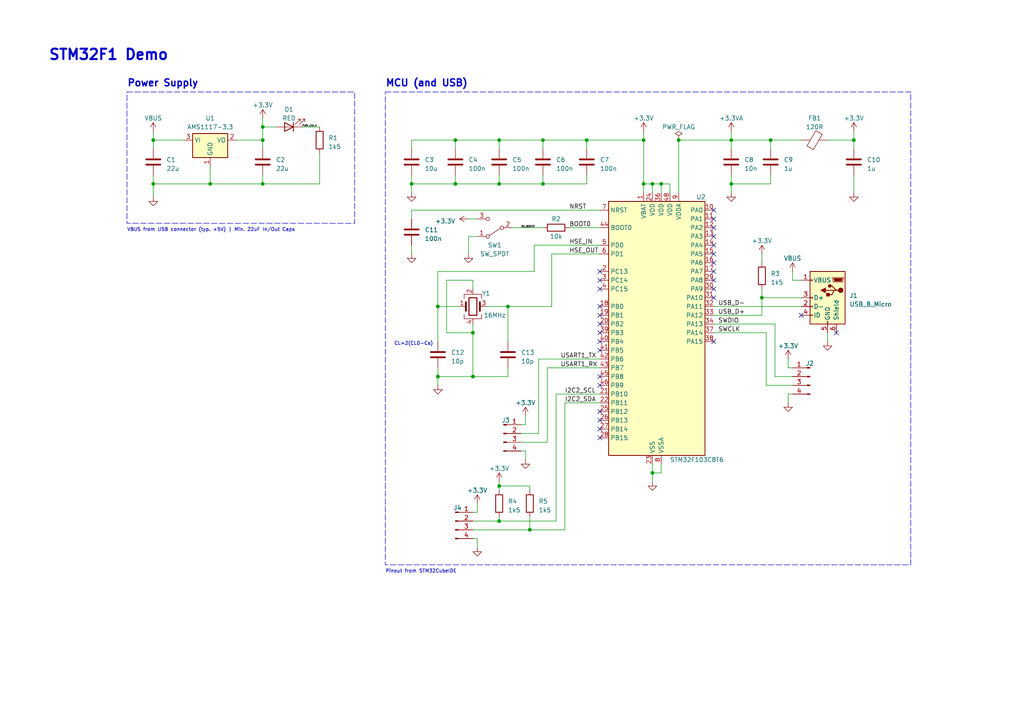
<source format=kicad_sch>
(kicad_sch (version 20230121) (generator eeschema)
  (paper "A4")
  (title_block (title "Custom Blue Pill") (date "04/14/2023") (rev "0.0.1") (company "AICB") (comment 1 "Studying KiCad"))
  (lib_symbols
    (symbol "Connector:Conn_01x04_Pin" (pin_names (offset 1.016) hide)
      (property "Reference" "J" (at 0 5.08 0))
      (property "Value" "Conn_01x04_Pin" (at 0 -7.62 0))
      (symbol "Conn_01x04_Pin_1_1"
        (polyline (pts (xy 1.27 -5.08) (xy 0.8636 -5.08)) (stroke (width 0.1524)))
        (polyline (pts (xy 1.27 -2.54) (xy 0.8636 -2.54)) (stroke (width 0.1524)))
        (polyline (pts (xy 1.27 0) (xy 0.8636 0)) (stroke (width 0.1524)))
        (polyline (pts (xy 1.27 2.54) (xy 0.8636 2.54)) (stroke (width 0.1524)))
        (rectangle (start 0.8636 -4.953) (end 0 -5.207) (stroke (width 0.1524)) (fill (type outline)))
        (rectangle (start 0.8636 -2.413) (end 0 -2.667) (stroke (width 0.1524)) (fill (type outline)))
        (rectangle (start 0.8636 0.127) (end 0 -0.127) (stroke (width 0.1524)) (fill (type outline)))
        (rectangle (start 0.8636 2.667) (end 0 2.413) (stroke (width 0.1524)) (fill (type outline)))
        (pin passive line (at 5.08 2.54 180) (length 3.81) (name "Pin_1") (number "1"))
        (pin passive line (at 5.08 0 180) (length 3.81) (name "Pin_2") (number "2"))
        (pin passive line (at 5.08 -2.54 180) (length 3.81) (name "Pin_3") (number "3"))
        (pin passive line (at 5.08 -5.08 180) (length 3.81) (name "Pin_4") (number "4"))
      )
    )
    (symbol "Connector:USB_B_Micro" (pin_names (offset 1.016))
      (property "Reference" "J" (at -5.08 11.43 0))
      (property "Value" "USB_B_Micro" (at -5.08 8.89 0))
      (symbol "USB_B_Micro_0_1"
        (rectangle (start -5.08 -7.62) (end 5.08 7.62) (stroke (width 0.254)) (fill (type background)))
        (circle (center -3.81 2.159) (radius 0.635) (stroke (width 0.254)) (fill (type outline)))
        (circle (center -0.635 3.429) (radius 0.381) (stroke (width 0.254)) (fill (type outline)))
        (rectangle (start -0.127 -7.62) (end 0.127 -6.858))
        (polyline (pts (xy -1.905 2.159) (xy 0.635 2.159)) (stroke (width 0.254)))
        (polyline (pts (xy -3.175 2.159) (xy -2.54 2.159) (xy -1.27 3.429) (xy -0.635 3.429)) (stroke (width 0.254)))
        (polyline (pts (xy -2.54 2.159) (xy -1.905 2.159) (xy -1.27 0.889) (xy 0 0.889)) (stroke (width 0.254)))
        (polyline (pts (xy 0.635 2.794) (xy 0.635 1.524) (xy 1.905 2.159) (xy 0.635 2.794)) (stroke (width 0.254)) (fill (type outline)))
        (polyline (pts (xy -4.318 5.588) (xy -1.778 5.588) (xy -2.032 4.826) (xy -4.064 4.826) (xy -4.318 5.588)) (fill (type outline)))
        (polyline (pts (xy -4.699 5.842) (xy -4.699 5.588) (xy -4.445 4.826) (xy -4.445 4.572) (xy -1.651 4.572) (xy -1.651 4.826) (xy -1.397 5.588) (xy -1.397 5.842) (xy -4.699 5.842)))
        (rectangle (start 0.254 1.27) (end -0.508 0.508) (stroke (width 0.254)) (fill (type outline)))
        (rectangle (start 5.08 -5.207) (end 4.318 -4.953))
        (rectangle (start 5.08 -2.667) (end 4.318 -2.413))
        (rectangle (start 5.08 -0.127) (end 4.318 0.127))
        (rectangle (start 5.08 4.953) (end 4.318 5.207))
      )
      (symbol "USB_B_Micro_1_1"
        (pin power_out line (at 7.62 5.08 180) (length 2.54) (name "VBUS") (number "1"))
        (pin bidirectional line (at 7.62 -2.54 180) (length 2.54) (name "D-") (number "2"))
        (pin bidirectional line (at 7.62 0 180) (length 2.54) (name "D+") (number "3"))
        (pin passive line (at 7.62 -5.08 180) (length 2.54) (name "ID") (number "4"))
        (pin power_out line (at 0 -10.16 90) (length 2.54) (name "GND") (number "5"))
        (pin passive line (at -2.54 -10.16 90) (length 2.54) (name "Shield") (number "6"))
      )
    )
    (symbol "Device:C" (pin_numbers hide) (pin_names (offset 0.254))
      (property "Reference" "C" (at 0.635 2.54 0))
      (property "Value" "C" (at 0.635 -2.54 0))
      (symbol "C_0_1"
        (polyline (pts (xy -2.032 -0.762) (xy 2.032 -0.762)) (stroke (width 0.508)))
        (polyline (pts (xy -2.032 0.762) (xy 2.032 0.762)) (stroke (width 0.508)))
      )
      (symbol "C_1_1"
        (pin passive line (at 0 3.81 270) (length 2.794) (name "~") (number "1"))
        (pin passive line (at 0 -3.81 90) (length 2.794) (name "~") (number "2"))
      )
    )
    (symbol "Device:Crystal_GND24" (pin_names (offset 1.016) hide)
      (property "Reference" "Y" (at 3.175 5.08 0))
      (property "Value" "Crystal_GND24" (at 3.175 3.175 0))
      (symbol "Crystal_GND24_0_1"
        (rectangle (start -1.143 2.54) (end 1.143 -2.54) (stroke (width 0.3048)))
        (polyline (pts (xy -2.54 0) (xy -2.032 0)))
        (polyline (pts (xy -2.032 -1.27) (xy -2.032 1.27)) (stroke (width 0.508)))
        (polyline (pts (xy 0 -3.81) (xy 0 -3.556)))
        (polyline (pts (xy 0 3.556) (xy 0 3.81)))
        (polyline (pts (xy 2.032 -1.27) (xy 2.032 1.27)) (stroke (width 0.508)))
        (polyline (pts (xy 2.032 0) (xy 2.54 0)))
        (polyline (pts (xy -2.54 -2.286) (xy -2.54 -3.556) (xy 2.54 -3.556) (xy 2.54 -2.286)))
        (polyline (pts (xy -2.54 2.286) (xy -2.54 3.556) (xy 2.54 3.556) (xy 2.54 2.286)))
      )
      (symbol "Crystal_GND24_1_1"
        (pin passive line (at -3.81 0 0) (length 1.27) (name "1") (number "1"))
        (pin passive line (at 0 5.08 270) (length 1.27) (name "2") (number "2"))
        (pin passive line (at 3.81 0 180) (length 1.27) (name "3") (number "3"))
        (pin passive line (at 0 -5.08 90) (length 1.27) (name "4") (number "4"))
      )
    )
    (symbol "Device:FerriteBead" (pin_numbers hide) (pin_names (offset 0))
      (property "Reference" "FB" (at -3.81 0.635 90))
      (property "Value" "FerriteBead" (at 3.81 0 90))
      (symbol "FerriteBead_0_1"
        (polyline (pts (xy 0 -1.27) (xy 0 -1.2192)))
        (polyline (pts (xy 0 1.27) (xy 0 1.2954)))
        (polyline (pts (xy -2.7686 0.4064) (xy -1.7018 2.2606) (xy 2.7686 -0.3048) (xy 1.6764 -2.159) (xy -2.7686 0.4064)))
      )
      (symbol "FerriteBead_1_1"
        (pin passive line (at 0 3.81 270) (length 2.54) (name "~") (number "1"))
        (pin passive line (at 0 -3.81 90) (length 2.54) (name "~") (number "2"))
      )
    )
    (symbol "Device:LED" (pin_numbers hide) (pin_names (offset 1.016) hide)
      (property "Reference" "D" (at 0 2.54 0))
      (property "Value" "LED" (at 0 -2.54 0))
      (symbol "LED_0_1"
        (polyline (pts (xy -1.27 -1.27) (xy -1.27 1.27)) (stroke (width 0.254)))
        (polyline (pts (xy -1.27 0) (xy 1.27 0)))
        (polyline (pts (xy 1.27 -1.27) (xy 1.27 1.27) (xy -1.27 0) (xy 1.27 -1.27)) (stroke (width 0.254)))
        (polyline (pts (xy -3.048 -0.762) (xy -4.572 -2.286) (xy -3.81 -2.286) (xy -4.572 -2.286) (xy -4.572 -1.524)))
        (polyline (pts (xy -1.778 -0.762) (xy -3.302 -2.286) (xy -2.54 -2.286) (xy -3.302 -2.286) (xy -3.302 -1.524)))
      )
      (symbol "LED_1_1"
        (pin passive line (at -3.81 0 0) (length 2.54) (name "K") (number "1"))
        (pin passive line (at 3.81 0 180) (length 2.54) (name "A") (number "2"))
      )
    )
    (symbol "Device:R" (pin_numbers hide) (pin_names (offset 0))
      (property "Reference" "R" (at 2.032 0 90))
      (property "Value" "R" (at 0 0 90))
      (symbol "R_0_1"
        (rectangle (start -1.016 -2.54) (end 1.016 2.54) (stroke (width 0.254)))
      )
      (symbol "R_1_1"
        (pin passive line (at 0 3.81 270) (length 1.27) (name "~") (number "1"))
        (pin passive line (at 0 -3.81 90) (length 1.27) (name "~") (number "2"))
      )
    )
    (symbol "MCU_ST_STM32F1:STM32F103C8Tx"
      (property "Reference" "U" (at -12.7 39.37 0))
      (property "Value" "STM32F103C8Tx" (at 10.16 39.37 0))
      (symbol "STM32F103C8Tx_0_1"
        (rectangle (start -12.7 -35.56) (end 15.24 38.1) (stroke (width 0.254)) (fill (type background)))
      )
      (symbol "STM32F103C8Tx_1_1"
        (pin power_in line (at -2.54 40.64 270) (length 2.54) (name "VBAT") (number "1"))
        (pin bidirectional line (at 17.78 35.56 180) (length 2.54) (name "PA0") (number "10"))
        (pin bidirectional line (at 17.78 33.02 180) (length 2.54) (name "PA1") (number "11"))
        (pin bidirectional line (at 17.78 30.48 180) (length 2.54) (name "PA2") (number "12"))
        (pin bidirectional line (at 17.78 27.94 180) (length 2.54) (name "PA3") (number "13"))
        (pin bidirectional line (at 17.78 25.4 180) (length 2.54) (name "PA4") (number "14"))
        (pin bidirectional line (at 17.78 22.86 180) (length 2.54) (name "PA5") (number "15"))
        (pin bidirectional line (at 17.78 20.32 180) (length 2.54) (name "PA6") (number "16"))
        (pin bidirectional line (at 17.78 17.78 180) (length 2.54) (name "PA7") (number "17"))
        (pin bidirectional line (at -15.24 7.62 0) (length 2.54) (name "PB0") (number "18"))
        (pin bidirectional line (at -15.24 5.08 0) (length 2.54) (name "PB1") (number "19"))
        (pin bidirectional line (at -15.24 17.78 0) (length 2.54) (name "PC13") (number "2"))
        (pin bidirectional line (at -15.24 2.54 0) (length 2.54) (name "PB2") (number "20"))
        (pin bidirectional line (at -15.24 -17.78 0) (length 2.54) (name "PB10") (number "21"))
        (pin bidirectional line (at -15.24 -20.32 0) (length 2.54) (name "PB11") (number "22"))
        (pin power_in line (at 0 -38.1 90) (length 2.54) (name "VSS") (number "23"))
        (pin power_in line (at 0 40.64 270) (length 2.54) (name "VDD") (number "24"))
        (pin bidirectional line (at -15.24 -22.86 0) (length 2.54) (name "PB12") (number "25"))
        (pin bidirectional line (at -15.24 -25.4 0) (length 2.54) (name "PB13") (number "26"))
        (pin bidirectional line (at -15.24 -27.94 0) (length 2.54) (name "PB14") (number "27"))
        (pin bidirectional line (at -15.24 -30.48 0) (length 2.54) (name "PB15") (number "28"))
        (pin bidirectional line (at 17.78 15.24 180) (length 2.54) (name "PA8") (number "29"))
        (pin bidirectional line (at -15.24 15.24 0) (length 2.54) (name "PC14") (number "3"))
        (pin bidirectional line (at 17.78 12.7 180) (length 2.54) (name "PA9") (number "30"))
        (pin bidirectional line (at 17.78 10.16 180) (length 2.54) (name "PA10") (number "31"))
        (pin bidirectional line (at 17.78 7.62 180) (length 2.54) (name "PA11") (number "32"))
        (pin bidirectional line (at 17.78 5.08 180) (length 2.54) (name "PA12") (number "33"))
        (pin bidirectional line (at 17.78 2.54 180) (length 2.54) (name "PA13") (number "34"))
        (pin passive line (at 0 -38.1 90) (length 2.54) hide (name "VSS") (number "35"))
        (pin power_in line (at 2.54 40.64 270) (length 2.54) (name "VDD") (number "36"))
        (pin bidirectional line (at 17.78 0 180) (length 2.54) (name "PA14") (number "37"))
        (pin bidirectional line (at 17.78 -2.54 180) (length 2.54) (name "PA15") (number "38"))
        (pin bidirectional line (at -15.24 0 0) (length 2.54) (name "PB3") (number "39"))
        (pin bidirectional line (at -15.24 12.7 0) (length 2.54) (name "PC15") (number "4"))
        (pin bidirectional line (at -15.24 -2.54 0) (length 2.54) (name "PB4") (number "40"))
        (pin bidirectional line (at -15.24 -5.08 0) (length 2.54) (name "PB5") (number "41"))
        (pin bidirectional line (at -15.24 -7.62 0) (length 2.54) (name "PB6") (number "42"))
        (pin bidirectional line (at -15.24 -10.16 0) (length 2.54) (name "PB7") (number "43"))
        (pin input line (at -15.24 30.48 0) (length 2.54) (name "BOOT0") (number "44"))
        (pin bidirectional line (at -15.24 -12.7 0) (length 2.54) (name "PB8") (number "45"))
        (pin bidirectional line (at -15.24 -15.24 0) (length 2.54) (name "PB9") (number "46"))
        (pin passive line (at 0 -38.1 90) (length 2.54) hide (name "VSS") (number "47"))
        (pin power_in line (at 5.08 40.64 270) (length 2.54) (name "VDD") (number "48"))
        (pin bidirectional line (at -15.24 25.4 0) (length 2.54) (name "PD0") (number "5"))
        (pin bidirectional line (at -15.24 22.86 0) (length 2.54) (name "PD1") (number "6"))
        (pin input line (at -15.24 35.56 0) (length 2.54) (name "NRST") (number "7"))
        (pin power_in line (at 2.54 -38.1 90) (length 2.54) (name "VSSA") (number "8"))
        (pin power_in line (at 7.62 40.64 270) (length 2.54) (name "VDDA") (number "9"))
      )
    )
    (symbol "Regulator_Linear:AMS1117-3.3"
      (property "Reference" "U" (at -3.81 3.175 0))
      (property "Value" "AMS1117-3.3" (at 0 3.175 0))
      (symbol "AMS1117-3.3_0_1"
        (rectangle (start -5.08 -5.08) (end 5.08 1.905) (stroke (width 0.254)) (fill (type background)))
      )
      (symbol "AMS1117-3.3_1_1"
        (pin power_in line (at 0 -7.62 90) (length 2.54) (name "GND") (number "1"))
        (pin power_out line (at 7.62 0 180) (length 2.54) (name "VO") (number "2"))
        (pin power_in line (at -7.62 0 0) (length 2.54) (name "VI") (number "3"))
      )
    )
    (symbol "Switch:SW_SPDT" (pin_names (offset 0) hide)
      (property "Reference" "SW" (at 0 4.318 0))
      (property "Value" "SW_SPDT" (at 0 -5.08 0))
      (symbol "SW_SPDT_0_0"
        (circle (center -2.032 0) (radius 0.508))
        (circle (center 2.032 -2.54) (radius 0.508))
      )
      (symbol "SW_SPDT_0_1"
        (polyline (pts (xy -1.524 0.254) (xy 1.651 2.286)))
        (circle (center 2.032 2.54) (radius 0.508))
      )
      (symbol "SW_SPDT_1_1"
        (pin passive line (at 5.08 2.54 180) (length 2.54) (name "A") (number "1"))
        (pin passive line (at -5.08 0 0) (length 2.54) (name "B") (number "2"))
        (pin passive line (at 5.08 -2.54 180) (length 2.54) (name "C") (number "3"))
      )
    )
    (symbol "power:+3.3V" (power) (pin_names (offset 0))
      (property "Value" "+3.3V" (at 0 3.556 0))
      (symbol "+3.3V_0_1"
        (polyline (pts (xy -0.762 1.27) (xy 0 2.54)))
        (polyline (pts (xy 0 0) (xy 0 2.54)))
        (polyline (pts (xy 0 2.54) (xy 0.762 1.27)))
      )
      (symbol "+3.3V_1_1"
        (pin power_in line (at 0 0 90) (length 0) hide (name "+3.3V") (number "1"))
      )
    )
    (symbol "power:+3.3VA" (power) (pin_names (offset 0))
      (property "Value" "+3.3VA" (at 0 3.556 0))
      (symbol "+3.3VA_0_1"
        (polyline (pts (xy -0.762 1.27) (xy 0 2.54)))
        (polyline (pts (xy 0 0) (xy 0 2.54)))
        (polyline (pts (xy 0 2.54) (xy 0.762 1.27)))
      )
      (symbol "+3.3VA_1_1"
        (pin power_in line (at 0 0 90) (length 0) hide (name "+3.3VA") (number "1"))
      )
    )
    (symbol "power:GND" (power) (pin_names (offset 0))
      (property "Value" "GND" (at 0 -3.81 0))
      (symbol "GND_0_1"
        (polyline (pts (xy 0 0) (xy 0 -1.27) (xy 1.27 -1.27) (xy 0 -2.54) (xy -1.27 -1.27) (xy 0 -1.27)))
      )
      (symbol "GND_1_1"
        (pin power_in line (at 0 0 270) (length 0) hide (name "GND") (number "1"))
      )
    )
    (symbol "power:PWR_FLAG" (power) (pin_numbers hide) (pin_names (offset 0) hide)
      (property "Value" "PWR_FLAG" (at 0 3.81 0))
      (symbol "PWR_FLAG_0_0"
        (pin power_out line (at 0 0 90) (length 0) (name "pwr") (number "1"))
      )
      (symbol "PWR_FLAG_0_1"
        (polyline (pts (xy 0 0) (xy 0 1.27) (xy -1.016 1.905) (xy 0 2.54) (xy 1.016 1.905) (xy 0 1.27)))
      )
    )
    (symbol "power:VBUS" (power) (pin_names (offset 0))
      (property "Value" "VBUS" (at 0 3.81 0))
      (symbol "VBUS_0_1"
        (polyline (pts (xy -0.762 1.27) (xy 0 2.54)))
        (polyline (pts (xy 0 0) (xy 0 2.54)))
        (polyline (pts (xy 0 2.54) (xy 0.762 1.27)))
      )
      (symbol "VBUS_1_1"
        (pin power_in line (at 0 0 90) (length 0) hide (name "VBUS") (number "1"))
      )
    )
  )
  (junction (at 220.98 86.36))
  (junction (at 144.78 140.97))
  (junction (at 186.69 53.34))
  (junction (at 44.45 53.34))
  (junction (at 76.2 36.83))
  (junction (at 189.23 137.16))
  (junction (at 212.09 40.64))
  (junction (at 196.85 40.64))
  (junction (at 157.48 40.64))
  (junction (at 44.45 40.64))
  (junction (at 189.23 53.34))
  (junction (at 132.08 40.64))
  (junction (at 137.16 96.52))
  (junction (at 212.09 53.34))
  (junction (at 144.78 40.64))
  (junction (at 186.69 40.64))
  (junction (at 76.2 40.64))
  (junction (at 132.08 53.34))
  (junction (at 60.96 53.34))
  (junction (at 119.38 53.34))
  (junction (at 157.48 53.34))
  (junction (at 223.52 40.64))
  (junction (at 76.2 53.34))
  (junction (at 153.67 153.67))
  (junction (at 144.78 53.34))
  (junction (at 170.18 40.64))
  (junction (at 144.78 151.13))
  (junction (at 137.16 109.22))
  (junction (at 127 88.9))
  (junction (at 127 109.22))
  (junction (at 191.77 53.34))
  (junction (at 247.65 40.64))
  (junction (at 147.32 88.9))
  (no_connect (at 207.01 63.5))
  (no_connect (at 173.99 81.28))
  (no_connect (at 173.99 83.82))
  (no_connect (at 173.99 88.9))
  (no_connect (at 207.01 68.58))
  (no_connect (at 242.57 96.52))
  (no_connect (at 207.01 66.04))
  (no_connect (at 173.99 111.76))
  (no_connect (at 173.99 109.22))
  (no_connect (at 207.01 86.36))
  (no_connect (at 207.01 81.28))
  (no_connect (at 173.99 93.98))
  (no_connect (at 173.99 91.44))
  (no_connect (at 207.01 73.66))
  (no_connect (at 207.01 83.82))
  (no_connect (at 207.01 71.12))
  (no_connect (at 173.99 96.52))
  (no_connect (at 173.99 127))
  (no_connect (at 173.99 78.74))
  (no_connect (at 173.99 99.06))
  (no_connect (at 173.99 101.6))
  (no_connect (at 207.01 60.96))
  (no_connect (at 207.01 78.74))
  (no_connect (at 173.99 124.46))
  (no_connect (at 173.99 119.38))
  (no_connect (at 232.41 91.44))
  (no_connect (at 207.01 99.06))
  (no_connect (at 207.01 76.2))
  (no_connect (at 173.99 121.92))
  (wire (pts (xy 119.38 50.8) (xy 119.38 53.34)))
  (wire (pts (xy 127 88.9) (xy 127 99.06)))
  (wire (pts (xy 144.78 149.86) (xy 144.78 151.13)))
  (wire (pts (xy 229.87 106.68) (xy 228.6 106.68)))
  (wire (pts (xy 207.01 91.44) (xy 220.98 91.44)))
  (wire (pts (xy 127 78.74) (xy 127 88.9)))
  (wire (pts (xy 223.52 53.34) (xy 212.09 53.34)))
  (wire (pts (xy 119.38 53.34) (xy 132.08 53.34)))
  (wire (pts (xy 135.89 68.58) (xy 135.89 73.66)))
  (wire (pts (xy 76.2 36.83) (xy 76.2 40.64)))
  (wire (pts (xy 191.77 55.88) (xy 191.77 53.34)))
  (wire (pts (xy 222.25 111.76) (xy 229.87 111.76)))
  (wire (pts (xy 160.02 73.66) (xy 160.02 88.9)))
  (wire (pts (xy 228.6 114.3) (xy 228.6 116.84)))
  (wire (pts (xy 189.23 137.16) (xy 189.23 134.62)))
  (wire (pts (xy 144.78 40.64) (xy 144.78 43.18)))
  (wire (pts (xy 240.03 96.52) (xy 240.03 99.06)))
  (wire (pts (xy 44.45 40.64) (xy 44.45 43.18)))
  (wire (pts (xy 223.52 40.64) (xy 223.52 43.18)))
  (wire (pts (xy 207.01 88.9) (xy 232.41 88.9)))
  (wire (pts (xy 127 111.76) (xy 127 109.22)))
  (wire (pts (xy 220.98 73.66) (xy 220.98 76.2)))
  (wire (pts (xy 144.78 53.34) (xy 132.08 53.34)))
  (wire (pts (xy 229.87 81.28) (xy 229.87 78.74)))
  (wire (pts (xy 76.2 53.34) (xy 76.2 50.8)))
  (wire (pts (xy 154.94 71.12) (xy 173.99 71.12)))
  (wire (pts (xy 156.21 125.73) (xy 151.13 125.73)))
  (wire (pts (xy 76.2 34.29) (xy 76.2 36.83)))
  (wire (pts (xy 173.99 114.3) (xy 161.29 114.3)))
  (wire (pts (xy 132.08 50.8) (xy 132.08 53.34)))
  (wire (pts (xy 137.16 96.52) (xy 137.16 93.98)))
  (wire (pts (xy 76.2 40.64) (xy 68.58 40.64)))
  (wire (pts (xy 151.13 123.19) (xy 152.4 123.19)))
  (wire (pts (xy 137.16 81.28) (xy 137.16 83.82)))
  (wire (pts (xy 140.97 88.9) (xy 147.32 88.9)))
  (wire (pts (xy 119.38 43.18) (xy 119.38 40.64)))
  (wire (pts (xy 189.23 137.16) (xy 189.23 139.7)))
  (wire (pts (xy 229.87 114.3) (xy 228.6 114.3)))
  (wire (pts (xy 152.4 123.19) (xy 152.4 120.65)))
  (wire (pts (xy 158.75 128.27) (xy 158.75 106.68)))
  (wire (pts (xy 220.98 86.36) (xy 232.41 86.36)))
  (wire (pts (xy 138.43 156.21) (xy 138.43 158.75)))
  (wire (pts (xy 189.23 55.88) (xy 189.23 53.34)))
  (wire (pts (xy 92.71 44.45) (xy 92.71 53.34)))
  (wire (pts (xy 144.78 140.97) (xy 144.78 142.24)))
  (wire (pts (xy 137.16 156.21) (xy 138.43 156.21)))
  (wire (pts (xy 154.94 78.74) (xy 127 78.74)))
  (wire (pts (xy 223.52 50.8) (xy 223.52 53.34)))
  (wire (pts (xy 153.67 140.97) (xy 144.78 140.97)))
  (wire (pts (xy 153.67 149.86) (xy 153.67 153.67)))
  (wire (pts (xy 157.48 53.34) (xy 144.78 53.34)))
  (wire (pts (xy 144.78 139.7) (xy 144.78 140.97)))
  (wire (pts (xy 152.4 130.81) (xy 152.4 133.35)))
  (wire (pts (xy 224.79 109.22) (xy 229.87 109.22)))
  (wire (pts (xy 144.78 50.8) (xy 144.78 53.34)))
  (wire (pts (xy 170.18 40.64) (xy 186.69 40.64)))
  (wire (pts (xy 212.09 38.1) (xy 212.09 40.64)))
  (wire (pts (xy 170.18 50.8) (xy 170.18 53.34)))
  (wire (pts (xy 207.01 93.98) (xy 224.79 93.98)))
  (wire (pts (xy 44.45 53.34) (xy 44.45 57.15)))
  (wire (pts (xy 163.83 153.67) (xy 153.67 153.67)))
  (wire (pts (xy 76.2 40.64) (xy 76.2 43.18)))
  (wire (pts (xy 119.38 71.12) (xy 119.38 73.66)))
  (wire (pts (xy 119.38 60.96) (xy 173.99 60.96)))
  (wire (pts (xy 220.98 91.44) (xy 220.98 86.36)))
  (wire (pts (xy 137.16 148.59) (xy 138.43 148.59)))
  (wire (pts (xy 240.03 40.64) (xy 247.65 40.64)))
  (wire (pts (xy 154.94 71.12) (xy 154.94 78.74)))
  (wire (pts (xy 173.99 116.84) (xy 163.83 116.84)))
  (wire (pts (xy 247.65 50.8) (xy 247.65 55.88)))
  (wire (pts (xy 212.09 43.18) (xy 212.09 40.64)))
  (wire (pts (xy 127 106.68) (xy 127 109.22)))
  (wire (pts (xy 119.38 60.96) (xy 119.38 63.5)))
  (wire (pts (xy 156.21 104.14) (xy 156.21 125.73)))
  (wire (pts (xy 132.08 43.18) (xy 132.08 40.64)))
  (wire (pts (xy 157.48 40.64) (xy 157.48 43.18)))
  (wire (pts (xy 44.45 40.64) (xy 53.34 40.64)))
  (wire (pts (xy 138.43 68.58) (xy 135.89 68.58)))
  (wire (pts (xy 247.65 40.64) (xy 247.65 43.18)))
  (wire (pts (xy 191.77 134.62) (xy 191.77 137.16)))
  (wire (pts (xy 186.69 55.88) (xy 186.69 53.34)))
  (wire (pts (xy 147.32 88.9) (xy 147.32 99.06)))
  (wire (pts (xy 148.59 66.04) (xy 157.48 66.04)))
  (wire (pts (xy 151.13 128.27) (xy 158.75 128.27)))
  (wire (pts (xy 212.09 53.34) (xy 212.09 55.88)))
  (wire (pts (xy 138.43 148.59) (xy 138.43 146.05)))
  (wire (pts (xy 222.25 96.52) (xy 222.25 111.76)))
  (wire (pts (xy 186.69 53.34) (xy 186.69 40.64)))
  (wire (pts (xy 157.48 40.64) (xy 170.18 40.64)))
  (wire (pts (xy 160.02 73.66) (xy 173.99 73.66)))
  (wire (pts (xy 127 88.9) (xy 133.35 88.9)))
  (wire (pts (xy 189.23 53.34) (xy 186.69 53.34)))
  (wire (pts (xy 137.16 109.22) (xy 147.32 109.22)))
  (wire (pts (xy 119.38 53.34) (xy 119.38 55.88)))
  (wire (pts (xy 92.71 53.34) (xy 76.2 53.34)))
  (wire (pts (xy 163.83 116.84) (xy 163.83 153.67)))
  (wire (pts (xy 207.01 96.52) (xy 222.25 96.52)))
  (wire (pts (xy 191.77 53.34) (xy 189.23 53.34)))
  (wire (pts (xy 119.38 40.64) (xy 132.08 40.64)))
  (wire (pts (xy 247.65 38.1) (xy 247.65 40.64)))
  (wire (pts (xy 212.09 50.8) (xy 212.09 53.34)))
  (wire (pts (xy 147.32 106.68) (xy 147.32 109.22)))
  (wire (pts (xy 161.29 114.3) (xy 161.29 151.13)))
  (wire (pts (xy 228.6 106.68) (xy 228.6 104.14)))
  (wire (pts (xy 194.31 53.34) (xy 191.77 53.34)))
  (wire (pts (xy 170.18 40.64) (xy 170.18 43.18)))
  (wire (pts (xy 137.16 96.52) (xy 137.16 109.22)))
  (wire (pts (xy 170.18 53.34) (xy 157.48 53.34)))
  (wire (pts (xy 196.85 40.64) (xy 196.85 55.88)))
  (wire (pts (xy 194.31 55.88) (xy 194.31 53.34)))
  (wire (pts (xy 212.09 40.64) (xy 223.52 40.64)))
  (wire (pts (xy 60.96 53.34) (xy 76.2 53.34)))
  (wire (pts (xy 129.54 96.52) (xy 137.16 96.52)))
  (wire (pts (xy 144.78 40.64) (xy 157.48 40.64)))
  (wire (pts (xy 87.63 36.83) (xy 92.71 36.83)))
  (wire (pts (xy 220.98 83.82) (xy 220.98 86.36)))
  (wire (pts (xy 224.79 93.98) (xy 224.79 109.22)))
  (wire (pts (xy 223.52 40.64) (xy 232.41 40.64)))
  (wire (pts (xy 132.08 40.64) (xy 144.78 40.64)))
  (wire (pts (xy 60.96 48.26) (xy 60.96 53.34)))
  (wire (pts (xy 158.75 106.68) (xy 173.99 106.68)))
  (wire (pts (xy 151.13 130.81) (xy 152.4 130.81)))
  (wire (pts (xy 173.99 104.14) (xy 156.21 104.14)))
  (wire (pts (xy 76.2 36.83) (xy 80.01 36.83)))
  (wire (pts (xy 160.02 88.9) (xy 147.32 88.9)))
  (wire (pts (xy 196.85 40.64) (xy 212.09 40.64)))
  (wire (pts (xy 165.1 66.04) (xy 173.99 66.04)))
  (wire (pts (xy 129.54 81.28) (xy 129.54 96.52)))
  (wire (pts (xy 129.54 81.28) (xy 137.16 81.28)))
  (wire (pts (xy 44.45 53.34) (xy 44.45 50.8)))
  (wire (pts (xy 135.89 63.5) (xy 138.43 63.5)))
  (wire (pts (xy 44.45 53.34) (xy 60.96 53.34)))
  (wire (pts (xy 44.45 38.1) (xy 44.45 40.64)))
  (wire (pts (xy 157.48 50.8) (xy 157.48 53.34)))
  (wire (pts (xy 144.78 151.13) (xy 137.16 151.13)))
  (wire (pts (xy 153.67 153.67) (xy 137.16 153.67)))
  (wire (pts (xy 161.29 151.13) (xy 144.78 151.13)))
  (wire (pts (xy 153.67 142.24) (xy 153.67 140.97)))
  (wire (pts (xy 186.69 38.1) (xy 186.69 40.64)))
  (wire (pts (xy 127 109.22) (xy 137.16 109.22)))
  (wire (pts (xy 191.77 137.16) (xy 189.23 137.16)))
  (wire (pts (xy 232.41 81.28) (xy 229.87 81.28)))
  (rectangle (start 36.83 26.67) (end 102.87 64.77) (stroke (width 0) (type dash)))
  (rectangle (start 111.76 26.67) (end 264.16 163.83) (stroke (width 0) (type dash)))
  (text "Pinout from STM32CubeIDE" (at 111.76 166.37 0) (effects (font (size 1 1)) (justify left bottom)))
  (text "STM32F1 Demo" (at 13.97 17.78 0) (effects (font (size 3 3) bold) (justify left bottom)))
  (text "MCU (and USB)" (at 111.76 25.4 0) (effects (font (size 2 2) bold) (justify left bottom)))
  (text "Power Supply" (at 36.83 25.4 0) (effects (font (size 2 2) (thickness 0.4) bold) (justify left bottom)))
  (text "VBUS from USB connector (typ. +5V) | Min. 22uF In/Out Caps" (at 36.83 67.31 0) (effects (font (size 1 1)) (justify left bottom)))
  (text "CL=2(CL0-Cs)" (at 114.3 100.33 0) (effects (font (size 1 1)) (justify left bottom)))
  (label "SW_BOOT0" (at 151.13 66.04 0) (effects (font (size 0.5 0.5))))
  (label "PWR_LED_K" (at 87.63 36.83 0) (effects (font (size 0.5 0.5))))
  (label "I2C2_SCL" (at 163.83 114.3 0))
  (label "HSE_OUT" (at 165.1 73.66 0))
  (label "USB_D-" (at 208.28 88.9 0))
  (label "BOOT0" (at 165.1 66.04 0))
  (label "SWDIO" (at 208.28 93.98 0))
  (label "NRST" (at 165.1 60.96 0))
  (label "USART1_RX" (at 162.56 106.68 0))
  (label "USART1_TX" (at 162.56 104.14 0))
  (label "SWCLK" (at 208.28 96.52 0))
  (label "HSE_IN" (at 165.1 71.12 0))
  (label "I2C2_SDA" (at 163.83 116.84 0))
  (label "USB_D+" (at 208.28 91.44 0))
  (symbol (lib_id "Device:C") (at 144.78 46.99 0) (unit 1)
    (property "Reference" "C5" (at 148.59 46.355 0) (effects (justify left)))
    (property "Value" "100n" (at 148.59 48.895 0) (effects (justify left)))
    (property "Footprint" "Capacitor_SMD:C_0402_1005Metric" (effects hide))
  )
  (symbol (lib_id "power:GND") (at 119.38 73.66 0) (unit 1)
    (property "Reference" "#PWR011" (effects hide))
    (property "Value" "GND" (effects hide))
  )
  (symbol (lib_id "MCU_ST_STM32F1:STM32F103C8Tx") (at 189.23 96.52 0) (unit 1)
    (property "Reference" "U2" (at 201.93 57.15 0) (effects (justify left)))
    (property "Value" "STM32F103C8T6" (at 194.31 133.35 0) (effects (justify left)))
    (property "Footprint" "Package_QFP:LQFP-48_7x7mm_P0.5mm" (effects hide))
    (property "Datasheet" "https://www.st.com/resource/en/datasheet/stm32f103c8.pdf" (effects hide))
  )
  (symbol (lib_id "power:GND") (at 138.43 158.75 0) (mirror y) (unit 1)
    (property "Reference" "#PWR024" (effects hide))
    (property "Value" "GND" (effects hide))
  )
  (symbol (lib_id "Device:C") (at 170.18 46.99 0) (unit 1)
    (property "Reference" "C7" (at 173.99 46.355 0) (effects (justify left)))
    (property "Value" "100n" (at 173.99 48.895 0) (effects (justify left)))
    (property "Footprint" "Capacitor_SMD:C_0402_1005Metric" (effects hide))
  )
  (symbol (lib_id "Device:R") (at 220.98 80.01 0) (unit 1)
    (property "Reference" "R3" (at 223.52 79.375 0) (effects (justify left)))
    (property "Value" "1k5" (at 223.52 81.915 0) (effects (justify left)))
    (property "Footprint" "Resistor_SMD:R_0402_1005Metric" (effects hide))
  )
  (symbol (lib_id "Device:C") (at 44.45 46.99 0) (unit 1)
    (property "Reference" "C1" (at 48.26 46.355 0) (effects (justify left)))
    (property "Value" "22u" (at 48.26 48.895 0) (effects (justify left)))
    (property "Footprint" "Capacitor_SMD:C_0805_2012Metric" (effects hide))
  )
  (symbol (lib_id "power:GND") (at 240.03 99.06 0) (unit 1)
    (property "Reference" "#PWR015" (effects hide))
    (property "Value" "GND" (effects hide))
  )
  (symbol (lib_id "Device:Crystal_GND24") (at 137.16 88.9 0) (unit 1)
    (property "Reference" "Y1" (at 140.97 85.09 0))
    (property "Value" "16MHz" (at 143.51 91.44 0))
    (property "Footprint" "Crystal:Crystal_SMD_3225-4Pin_3.2x2.5mm" (effects hide))
  )
  (symbol (lib_id "Device:R") (at 161.29 66.04 90) (unit 1)
    (property "Reference" "R2" (at 161.29 63.5 90))
    (property "Value" "10k" (at 161.29 68.58 90))
    (property "Footprint" "Resistor_SMD:R_0402_1005Metric" (effects hide))
  )
  (symbol (lib_id "power:VBUS") (at 229.87 78.74 0) (unit 1)
    (property "Reference" "#PWR014" (effects hide))
    (property "Value" "VBUS" (at 229.87 74.93 0))
  )
  (symbol (lib_id "Device:C") (at 119.38 46.99 0) (unit 1)
    (property "Reference" "C3" (at 123.19 46.355 0) (effects (justify left)))
    (property "Value" "10u" (at 123.19 48.895 0) (effects (justify left)))
    (property "Footprint" "Capacitor_SMD:C_0603_1608Metric" (effects hide))
  )
  (symbol (lib_id "Connector:Conn_01x04_Pin") (at 234.95 109.22 0) (mirror y) (unit 1)
    (property "Reference" "J2" (at 233.68 105.41 0) (effects (justify right)))
    (property "Value" "Conn_01x04_Pin" (effects hide))
    (property "Footprint" "Connector_PinHeader_2.54mm:PinHeader_1x04_P2.54mm_Vertical" (effects hide))
  )
  (symbol (lib_id "Device:FerriteBead") (at 236.22 40.64 270) (unit 1)
    (property "Reference" "FB1" (at 236.2708 34.29 90))
    (property "Value" "120R" (at 236.2708 36.83 90))
    (property "Footprint" "Inductor_SMD:L_0201_0603Metric" (effects hide))
  )
  (symbol (lib_id "power:+3.3V") (at 76.2 34.29 0) (unit 1)
    (property "Reference" "#PWR01" (effects hide))
    (property "Value" "+3.3V" (at 76.2 30.48 0))
  )
  (symbol (lib_id "power:+3.3V") (at 144.78 139.7 0) (mirror y) (unit 1)
    (property "Reference" "#PWR021" (effects hide))
    (property "Value" "+3.3V" (at 144.78 135.89 0))
  )
  (symbol (lib_id "power:GND") (at 119.38 55.88 0) (unit 1)
    (property "Reference" "#PWR07" (effects hide))
    (property "Value" "GND" (effects hide))
  )
  (symbol (lib_id "power:GND") (at 228.6 116.84 0) (unit 1)
    (property "Reference" "#PWR018" (effects hide))
    (property "Value" "GND" (effects hide))
  )
  (symbol (lib_id "Device:R") (at 153.67 146.05 0) (unit 1)
    (property "Reference" "R5" (at 156.21 145.415 0) (effects (justify left)))
    (property "Value" "1k5" (at 156.21 147.955 0) (effects (justify left)))
    (property "Footprint" "Resistor_SMD:R_0402_1005Metric" (effects hide))
  )
  (symbol (lib_id "Regulator_Linear:AMS1117-3.3") (at 60.96 40.64 0) (unit 1)
    (property "Reference" "U1" (at 60.96 34.29 0))
    (property "Value" "AMS1117-3.3" (at 60.96 36.83 0))
    (property "Footprint" "Package_TO_SOT_SMD:SOT-223-3_TabPin2" (effects hide))
    (property "Datasheet" "http://www.advanced-monolithic.com/pdf/ds1117.pdf" (effects hide))
  )
  (symbol (lib_id "Device:R") (at 92.71 40.64 0) (unit 1)
    (property "Reference" "R1" (at 95.25 40.005 0) (effects (justify left)))
    (property "Value" "1k5" (at 95.25 42.545 0) (effects (justify left)))
    (property "Footprint" "Resistor_SMD:R_0402_1005Metric" (effects hide))
  )
  (symbol (lib_id "Device:C") (at 127 102.87 0) (unit 1)
    (property "Reference" "C12" (at 130.81 102.235 0) (effects (justify left)))
    (property "Value" "10p" (at 130.81 104.775 0) (effects (justify left)))
    (property "Footprint" "Capacitor_SMD:C_0402_1005Metric" (effects hide))
  )
  (symbol (lib_id "Device:C") (at 212.09 46.99 0) (unit 1)
    (property "Reference" "C8" (at 215.9 46.355 0) (effects (justify left)))
    (property "Value" "10n" (at 215.9 48.895 0) (effects (justify left)))
    (property "Footprint" "Capacitor_SMD:C_0402_1005Metric" (effects hide))
  )
  (symbol (lib_id "power:PWR_FLAG") (at 196.85 40.64 0) (unit 1)
    (property "Reference" "#FLG01" (effects hide))
    (property "Value" "PWR_FLAG" (at 196.85 36.83 0))
  )
  (symbol (lib_id "power:GND") (at 247.65 55.88 0) (unit 1)
    (property "Reference" "#PWR09" (effects hide))
    (property "Value" "GND" (effects hide))
  )
  (symbol (lib_id "power:+3.3VA") (at 212.09 38.1 0) (unit 1)
    (property "Reference" "#PWR04" (effects hide))
    (property "Value" "+3.3VA" (at 212.09 34.29 0))
  )
  (symbol (lib_id "Device:C") (at 132.08 46.99 0) (unit 1)
    (property "Reference" "C4" (at 135.89 46.355 0) (effects (justify left)))
    (property "Value" "100n" (at 135.89 48.895 0) (effects (justify left)))
    (property "Footprint" "Capacitor_SMD:C_0402_1005Metric" (effects hide))
  )
  (symbol (lib_id "Connector:Conn_01x04_Pin") (at 132.08 151.13 0) (unit 1)
    (property "Reference" "J4" (at 132.715 147.32 0))
    (property "Value" "Conn_01x04_Pin" (effects hide))
    (property "Footprint" "Connector_PinHeader_2.54mm:PinHeader_1x04_P2.54mm_Vertical" (effects hide))
  )
  (symbol (lib_id "power:+3.3V") (at 247.65 38.1 0) (unit 1)
    (property "Reference" "#PWR05" (effects hide))
    (property "Value" "+3.3V" (at 247.65 34.29 0))
  )
  (symbol (lib_id "power:+3.3V") (at 228.6 104.14 0) (unit 1)
    (property "Reference" "#PWR016" (effects hide))
    (property "Value" "+3.3V" (at 228.6 100.33 0))
  )
  (symbol (lib_id "Device:C") (at 147.32 102.87 0) (unit 1)
    (property "Reference" "C13" (at 151.13 102.235 0) (effects (justify left)))
    (property "Value" "10p" (at 151.13 104.775 0) (effects (justify left)))
    (property "Footprint" "Capacitor_SMD:C_0402_1005Metric" (effects hide))
  )
  (symbol (lib_id "power:GND") (at 127 111.76 0) (unit 1)
    (property "Reference" "#PWR017" (effects hide))
    (property "Value" "GND" (effects hide))
  )
  (symbol (lib_id "power:+3.3V") (at 138.43 146.05 0) (mirror y) (unit 1)
    (property "Reference" "#PWR023" (effects hide))
    (property "Value" "+3.3V" (at 138.43 142.24 0))
  )
  (symbol (lib_id "power:+3.3V") (at 135.89 63.5 90) (unit 1)
    (property "Reference" "#PWR010" (effects hide))
    (property "Value" "+3.3V" (at 132.08 64.135 90) (effects (justify left)))
  )
  (symbol (lib_id "power:GND") (at 189.23 139.7 0) (unit 1)
    (property "Reference" "#PWR022" (effects hide))
    (property "Value" "GND" (effects hide))
  )
  (symbol (lib_id "Device:C") (at 223.52 46.99 0) (unit 1)
    (property "Reference" "C9" (at 227.33 46.355 0) (effects (justify left)))
    (property "Value" "1u" (at 227.33 48.895 0) (effects (justify left)))
    (property "Footprint" "Capacitor_SMD:C_0402_1005Metric" (effects hide))
  )
  (symbol (lib_id "power:GND") (at 44.45 57.15 0) (unit 1)
    (property "Reference" "#PWR06" (effects hide))
    (property "Value" "GND" (effects hide))
  )
  (symbol (lib_id "Switch:SW_SPDT") (at 143.51 66.04 180) (unit 1)
    (property "Reference" "SW1" (at 143.51 71.12 0))
    (property "Value" "SW_SPDT" (at 143.51 73.66 0))
    (property "Footprint" "Button_Switch_THT:SW_E-Switch_EG1224_SPDT_Angled" (effects hide))
  )
  (symbol (lib_id "Connector:USB_B_Micro") (at 240.03 86.36 0) (mirror y) (unit 1)
    (property "Reference" "J1" (at 246.38 85.725 0) (effects (justify right)))
    (property "Value" "USB_B_Micro" (at 246.38 88.265 0) (effects (justify right)))
    (property "Footprint" "Connector_USB:USB_Micro-B_Wuerth_629105150521" (effects hide))
  )
  (symbol (lib_id "power:+3.3V") (at 186.69 38.1 0) (unit 1)
    (property "Reference" "#PWR03" (effects hide))
    (property "Value" "+3.3V" (at 186.69 34.29 0))
  )
  (symbol (lib_id "Device:C") (at 157.48 46.99 0) (unit 1)
    (property "Reference" "C6" (at 161.29 46.355 0) (effects (justify left)))
    (property "Value" "100n" (at 161.29 48.895 0) (effects (justify left)))
    (property "Footprint" "Capacitor_SMD:C_0402_1005Metric" (effects hide))
  )
  (symbol (lib_id "power:GND") (at 135.89 73.66 0) (unit 1)
    (property "Reference" "#PWR012" (effects hide))
    (property "Value" "GND" (effects hide))
  )
  (symbol (lib_id "power:GND") (at 152.4 133.35 0) (mirror y) (unit 1)
    (property "Reference" "#PWR020" (effects hide))
    (property "Value" "GND" (effects hide))
  )
  (symbol (lib_id "Connector:Conn_01x04_Pin") (at 146.05 125.73 0) (unit 1)
    (property "Reference" "J3" (at 146.685 121.92 0))
    (property "Value" "Conn_01x04_Pin" (effects hide))
    (property "Footprint" "Connector_PinHeader_2.54mm:PinHeader_1x04_P2.54mm_Vertical" (effects hide))
  )
  (symbol (lib_id "power:+3.3V") (at 152.4 120.65 0) (mirror y) (unit 1)
    (property "Reference" "#PWR019" (effects hide))
    (property "Value" "+3.3V" (at 152.4 116.84 0))
  )
  (symbol (lib_id "power:+3.3V") (at 220.98 73.66 0) (unit 1)
    (property "Reference" "#PWR013" (effects hide))
    (property "Value" "+3.3V" (at 220.98 69.85 0))
  )
  (symbol (lib_id "Device:LED") (at 83.82 36.83 180) (unit 1)
    (property "Reference" "D1" (at 83.82 31.75 0))
    (property "Value" "RED" (at 83.82 34.29 0))
    (property "Footprint" "LED_SMD:LED_0603_1608Metric" (effects hide))
  )
  (symbol (lib_id "power:GND") (at 212.09 55.88 0) (unit 1)
    (property "Reference" "#PWR08" (effects hide))
    (property "Value" "GND" (effects hide))
  )
  (symbol (lib_id "Device:C") (at 76.2 46.99 0) (unit 1)
    (property "Reference" "C2" (at 80.01 46.355 0) (effects (justify left)))
    (property "Value" "22u" (at 80.01 48.895 0) (effects (justify left)))
    (property "Footprint" "Capacitor_SMD:C_0805_2012Metric" (effects hide))
  )
  (symbol (lib_id "power:VBUS") (at 44.45 38.1 0) (unit 1)
    (property "Reference" "#PWR02" (effects hide))
    (property "Value" "VBUS" (at 44.45 34.29 0))
  )
  (symbol (lib_id "Device:R") (at 144.78 146.05 0) (unit 1)
    (property "Reference" "R4" (at 147.32 145.415 0) (effects (justify left)))
    (property "Value" "1k5" (at 147.32 147.955 0) (effects (justify left)))
    (property "Footprint" "Resistor_SMD:R_0402_1005Metric" (effects hide))
  )
  (symbol (lib_id "Device:C") (at 247.65 46.99 0) (unit 1)
    (property "Reference" "C10" (at 251.46 46.355 0) (effects (justify left)))
    (property "Value" "1u" (at 251.46 48.895 0) (effects (justify left)))
    (property "Footprint" "Capacitor_SMD:C_0402_1005Metric" (effects hide))
  )
  (symbol (lib_id "Device:C") (at 119.38 67.31 0) (unit 1)
    (property "Reference" "C11" (at 123.19 66.675 0) (effects (justify left)))
    (property "Value" "100n" (at 123.19 69.215 0) (effects (justify left)))
    (property "Footprint" "Capacitor_SMD:C_0402_1005Metric" (effects hide))
  )
)
</source>
